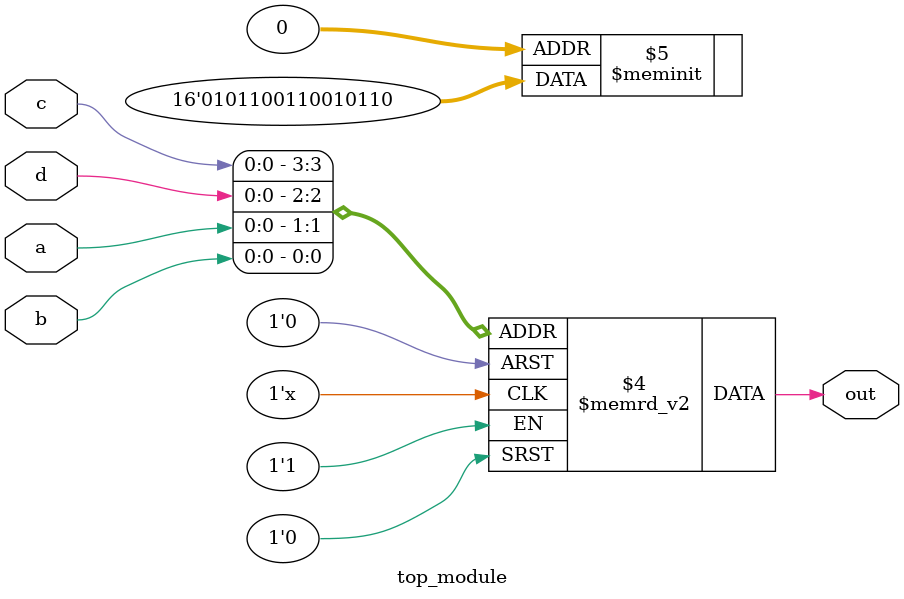
<source format=sv>
module top_module (
	input a, 
	input b,
	input c,
	input d,
	output reg out
);

always @(*) begin
    case ({c, d, a, b})
        4'b0001, 4'b0010, 4'b0100, 4'b1100, 4'b0111, 4'b1000, 4'b1011, 4'b1110: out = 1;
        4'b0000, 4'b0011, 4'b0101, 4'b0110, 4'b1001, 4'b1010, 4'b1101, 4'b1111: out = 0;
        default: out = 0;
    endcase
end

endmodule

</source>
